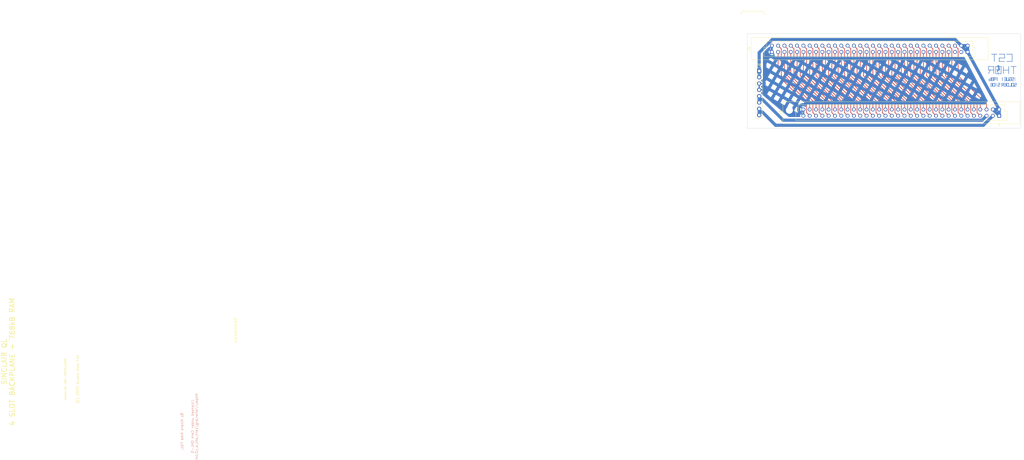
<source format=kicad_pcb>
(kicad_pcb (version 20221018) (generator pcbnew)
  (title_block (title "QPlane Backplane for Sinclair QL") (date "2023-12-26") (rev "0.1") (company "(C) 2023 Alvaro Alea Fdz.") (comment 1 "https://ohwr.org/cern_ohl_s_v2.txt") (comment 2 "CERN Open Hardware Licence Version 2 - Strongly Reciprocal") (comment 3 "Under License"))
  (layers (0 "F.Cu" signal) (31 "B.Cu" signal) (34 "B.Paste" user) (35 "F.Paste" user) (36 "B.SilkS" user "B.Silkscreen") (37 "F.SilkS" user "F.Silkscreen") (38 "B.Mask" user) (39 "F.Mask" user) (44 "Edge.Cuts" user))
  (net 0 "")
  (net 1 "+9V")
  (net 2 "GND")
  (net 3 "/A3")
  (net 4 "/A4")
  (net 5 "/A5")
  (net 6 "/A6")
  (net 7 "/RW")
  (net 8 "/A7")
  (net 9 "/A8")
  (net 10 "/A9")
  (net 11 "/SP0")
  (net 12 "/SP1")
  (net 13 "/DSMC")
  (net 14 "/SP2")
  (net 15 "/SP3")
  (net 16 "/VPA")
  (net 17 "/E")
  (net 18 "/RESET")
  (net 19 "/DS")
  (net 20 "/AS")
  (net 21 "/DTACK")
  (net 22 "/BG")
  (net 23 "/BR")
  (net 24 "/CSYNC")
  (net 25 "/VSYNC")
  (net 26 "/GREEN")
  (net 27 "/BLUE")
  (net 28 "/FC2")
  (net 29 "/FC1")
  (net 30 "/FC0")
  (net 31 "/ROMOE")
  (net 32 "/IPL0")
  (net 33 "/BERR")
  (net 34 "/IPL1")
  (net 35 "/EXTINT")
  (net 36 "/CLKCPU")
  (net 37 "/RED")
  (net 38 "/DBG")
  (net 39 "/A10")
  (net 40 "/A11")
  (net 41 "/A12")
  (net 42 "/A13")
  (net 43 "/A14")
  (net 44 "/A16")
  (net 45 "/A17")
  (net 46 "/A18")
  (net 47 "/A19")
  (net 48 "/D7")
  (net 49 "/D6")
  (net 50 "/D5")
  (net 51 "/D4")
  (net 52 "/D3")
  (net 53 "/A2")
  (net 54 "/A1")
  (net 55 "/A0")
  (net 56 "/A15")
  (net 57 "/D0")
  (net 58 "/D1")
  (net 59 "/D2")
  (net 60 "+12V")
  (net 61 "-12V")
  (footprint "8bits:DIN41612_B_2x32_Male_Vertical_THT" (layer "F.Cu") (at 142.716 60.833 90)
    (fp_text reference "J4" (at 1.27 -9.13 90) (layer "F.SilkS"))
    (fp_text value "QL_SLOT_DIN41612_CARD")
    (pad "" np_thru_hole circle (at 2.24 -5.63 90) (size 2.85 2.85) (drill 2.85) (layers "*.Cu" "*.Mask"))
    (pad "" np_thru_hole circle (at 2.24 84.37 90) (size 2.85 2.85) (drill 2.85) (layers "*.Cu" "*.Mask"))
    (pad "a1" thru_hole roundrect (at 0 78.74 90) (size 1.55 1.55) (drill 1) (layers "*.Cu" "*.Mask") (roundrect_rratio 0.1612896774) (net 1 "+9V"))
    (pad "a2" thru_hole circle (at 0 76.2 90) (size 1.55 1.55) (drill 1) (layers "*.Cu" "*.Mask"))
    (pad "a3" thru_hole circle (at 0 73.66 90) (size 1.55 1.55) (drill 1) (layers "*.Cu" "*.Mask"))
    (pad "a4" thru_hole circle (at 0 71.12 90) (size 1.55 1.55) (drill 1) (layers "*.Cu" "*.Mask") (net 11 "/SP0"))
    (pad "a5" thru_hole circle (at 0 68.58 90) (size 1.55 1.55) (drill 1) (layers "*.Cu" "*.Mask") (net 12 "/SP1"))
    (pad "a6" thru_hole circle (at 0 66.04 90) (size 1.55 1.55) (drill 1) (layers "*.Cu" "*.Mask") (net 13 "/DSMC"))
    (pad "a7" thru_hole circle (at 0 63.5 90) (size 1.55 1.55) (drill 1) (layers "*.Cu" "*.Mask") (net 14 "/SP2"))
    (pad "a8" thru_hole circle (at 0 60.96 90) (size 1.55 1.55) (drill 1) (layers "*.Cu" "*.Mask") (net 38 "/DBG"))
    (pad "a9" thru_hole circle (at 0 58.42 90) (size 1.55 1.55) (drill 1) (layers "*.Cu" "*.Mask") (net 3 "/A3"))
    (pad "a10" thru_hole circle (at 0 55.88 90) (size 1.55 1.55) (drill 1) (layers "*.Cu" "*.Mask") (net 4 "/A4"))
    (pad "a11" thru_hole circle (at 0 53.34 90) (size 1.55 1.55) (drill 1) (layers "*.Cu" "*.Mask") (net 5 "/A5"))
    (pad "a12" thru_hole circle (at 0 50.8 90) (size 1.55 1.55) (drill 1) (layers "*.Cu" "*.Mask") (net 6 "/A6"))
    (pad "a13" thru_hole circle (at 0 48.26 90) (size 1.55 1.55) (drill 1) (layers "*.Cu" "*.Mask") (net 8 "/A7"))
    (pad "a14" thru_hole circle (at 0 45.72 90) (size 1.55 1.55) (drill 1) (layers "*.Cu" "*.Mask") (net 9 "/A8"))
    (pad "a15" thru_hole circle (at 0 43.18 90) (size 1.55 1.55) (drill 1) (layers "*.Cu" "*.Mask") (net 10 "/A9"))
    (pad "a16" thru_hole circle (at 0 40.64 90) (size 1.55 1.55) (drill 1) (layers "*.Cu" "*.Mask") (net 39 "/A10"))
    (pad "a17" thru_hole circle (at 0 38.1 90) (size 1.55 1.55) (drill 1) (layers "*.Cu" "*.Mask") (net 40 "/A11"))
    (pad "a18" thru_hole circle (at 0 35.56 90) (size 1.55 1.55) (drill 1) (layers "*.Cu" "*.Mask") (net 41 "/A12"))
    (pad "a19" thru_hole circle (at 0 33.02 90) (size 1.55 1.55) (drill 1) (layers "*.Cu" "*.Mask") (net 42 "/A13"))
    (pad "a20" thru_hole circle (at 0 30.48 90) (size 1.55 1.55) (drill 1) (layers "*.Cu" "*.Mask") (net 43 "/A14"))
    (pad "a21" thru_hole circle (at 0 27.94 90) (size 1.55 1.55) (drill 1) (layers "*.Cu" "*.Mask") (net 37 "/RED"))
    (pad "a22" thru_hole circle (at 0 25.4 90) (size 1.55 1.55) (drill 1) (layers "*.Cu" "*.Mask") (net 36 "/CLKCPU"))
    (pad "a23" thru_hole circle (at 0 22.86 90) (size 1.55 1.55) (drill 1) (layers "*.Cu" "*.Mask") (net 44 "/A16"))
    (pad "a24" thru_hole circle (at 0 20.32 90) (size 1.55 1.55) (drill 1) (layers "*.Cu" "*.Mask") (net 45 "/A17"))
    (pad "a25" thru_hole circle (at 0 17.78 90) (size 1.55 1.55) (drill 1) (layers "*.Cu" "*.Mask") (net 46 "/A18"))
    (pad "a26" thru_hole circle (at 0 15.24 90) (size 1.55 1.55) (drill 1) (layers "*.Cu" "*.Mask") (net 47 "/A19"))
    (pad "a27" thru_hole circle (at 0 12.7 90) (size 1.55 1.55) (drill 1) (layers "*.Cu" "*.Mask") (net 48 "/D7"))
    (pad "a28" thru_hole circle (at 0 10.16 90) (size 1.55 1.55) (drill 1) (layers "*.Cu" "*.Mask") (net 49 "/D6"))
    (pad "a29" thru_hole circle (at 0 7.62 90) (size 1.55 1.55) (drill 1) (layers "*.Cu" "*.Mask") (net 50 "/D5"))
    (pad "a30" thru_hole circle (at 0 5.08 90) (size 1.55 1.55) (drill 1) (layers "*.Cu" "*.Mask") (net 51 "/D4"))
    (pad "a31" thru_hole circle (at 0 2.54 90) (size 1.55 1.55) (drill 1) (layers "*.Cu" "*.Mask") (net 52 "/D3"))
    (pad "a32" thru_hole circle (at 0 0 90) (size 1.55 1.55) (drill 1) (layers "*.Cu" "*.Mask") (net 2 "GND"))
    (pad "b1" thru_hole circle (at 2.54 78.74 90) (size 1.55 1.55) (drill 1) (layers "*.Cu" "*.Mask") (net 1 "+9V"))
    (pad "b2" thru_hole circle (at 2.54 76.2 90) (size 1.55 1.55) (drill 1) (layers "*.Cu" "*.Mask") (net 1 "+9V"))
    (pad "b3" thru_hole circle (at 2.54 73.66 90) (size 1.55 1.55) (drill 1) (layers "*.Cu" "*.Mask") (net 35 "/EXTINT"))
    (pad "b4" thru_hole circle (at 2.54 71.12 90) (size 1.55 1.55) (drill 1) (layers "*.Cu" "*.Mask") (net 34 "/IPL1"))
    (pad "b5" thru_hole circle (at 2.54 68.58 90) (size 1.55 1.55) (drill 1) (layers "*.Cu" "*.Mask") (net 33 "/BERR"))
    (pad "b6" thru_hole circle (at 2.54 66.04 90) (size 1.55 1.55) (drill 1) (layers "*.Cu" "*.Mask") (net 32 "/IPL0"))
    (pad "b7" thru_hole circle (at 2.54 63.5 90) (size 1.55 1.55) (drill 1) (layers "*.Cu" "*.Mask") (net 15 "/SP3"))
    (pad "b8" thru_hole circle (at 2.54 60.96 90) (size 1.55 1.55) (drill 1) (layers "*.Cu" "*.Mask") (net 53 "/A2"))
    (pad "b9" thru_hole circle (at 2.54 58.42 90) (size 1.55 1.55) (drill 1) (layers "*.Cu" "*.Mask") (net 54 "/A1"))
    (pad "b10" thru_hole circle (at 2.54 55.88 90) (size 1.55 1.55) (drill 1) (layers "*.Cu" "*.Mask") (net 31 "/ROMOE"))
    (pad "b11" thru_hole circle (at 2.54 53.34 90) (size 1.55 1.55) (drill 1) (layers "*.Cu" "*.Mask") (net 55 "/A0"))
    (pad "b12" thru_hole circle (at 2.54 50.8 90) (size 1.55 1.55) (drill 1) (layers "*.Cu" "*.Mask") (net 30 "/FC0"))
    (pad "b13" thru_hole circle (at 2.54 48.26 90) (size 1.55 1.55) (drill 1) (layers "*.Cu" "*.Mask") (net 29 "/FC1"))
    (pad "b14" thru_hole circle (at 2.54 45.72 90) (size 1.55 1.55) (drill 1) (layers "*.Cu" "*.Mask") (net 28 "/FC2"))
    (pad "b15" thru_hole circle (at 2.54 43.18 90) (size 1.55 1.55) (drill 1) (layers "*.Cu" "*.Mask") (net 27 "/BLUE"))
    (pad "b16" thru_hole circle (at 2.54 40.64 90) (size 1.55 1.55) (drill 1) (layers "*.Cu" "*.Mask") (net 26 "/GREEN"))
    (pad "b17" thru_hole circle (at 2.54 38.1 90) (size 1.55 1.55) (drill 1) (layers "*.Cu" "*.Mask") (net 16 "/VPA"))
    (pad "b18" thru_hole circle (at 2.54 35.56 90) (size 1.55 1.55) (drill 1) (layers "*.Cu" "*.Mask") (net 25 "/VSYNC"))
    (pad "b19" thru_hole circle (at 2.54 33.02 90) (size 1.55 1.55) (drill 1) (layers "*.Cu" "*.Mask") (net 17 "/E"))
    (pad "b20" thru_hole circle (at 2.54 30.48 90) (size 1.55 1.55) (drill 1) (layers "*.Cu" "*.Mask") (net 24 "/CSYNC"))
    (pad "b21" thru_hole circle (at 2.54 27.94 90) (size 1.55 1.55) (drill 1) (layers "*.Cu" "*.Mask") (net 18 "/RESET"))
    (pad "b22" thru_hole circle (at 2.54 25.4 90) (size 1.55 1.55) (drill 1) (layers "*.Cu" "*.Mask") (net 56 "/A15"))
    (pad "b23" thru_hole circle (at 2.54 22.86 90) (size 1.55 1.55) (drill 1) (layers "*.Cu" "*.Mask") (net 23 "/BR"))
    (pad "b24" thru_hole circle (at 2.54 20.32 90) (size 1.55 1.55) (drill 1) (layers "*.Cu" "*.Mask") (net 22 "/BG"))
    (pad "b25" thru_hole circle (at 2.54 17.78 90) (size 1.55 1.55) (drill 1) (layers "*.Cu" "*.Mask") (net 21 "/DTACK"))
    (pad "b26" thru_hole circle (at 2.54 15.24 90) (size 1.55 1.55) (drill 1) (layers "*.Cu" "*.Mask") (net 7 "/RW"))
    (pad "b27" thru_hole circle (at 2.54 12.7 90) (size 1.55 1.55) (drill 1) (layers "*.Cu" "*.Mask") (net 19 "/DS"))
    (pad "b28" thru_hole circle (at 2.54 10.16 90) (size 1.55 1.55) (drill 1) (layers "*.Cu" "*.Mask") (net 20 "/AS"))
    (pad "b29" thru_hole circle (at 2.54 7.62 90) (size 1.55 1.55) (drill 1) (layers "*.Cu" "*.Mask") (net 57 "/D0"))
    (pad "b30" thru_hole circle (at 2.54 5.08 90) (size 1.55 1.55) (drill 1) (layers "*.Cu" "*.Mask") (net 58 "/D1"))
    (pad "b31" thru_hole circle (at 2.54 2.54 90) (size 1.55 1.55) (drill 1) (layers "*.Cu" "*.Mask") (net 59 "/D2"))
    (pad "b32" thru_hole circle (at 2.54 0 90) (size 1.55 1.55) (drill 1) (layers "*.Cu" "*.Mask") (net 2 "GND"))
  )
  (footprint "8bits:DIN41612_B_2x32_Male_Vertical_THT" (layer "F.Cu") (at 155.416 86.487 90)
    (fp_text reference "J3" (at 1.27 -9.13 90) (layer "F.SilkS"))
    (fp_text value "QL_SLOT_DIN41612_CARD")
    (pad "" np_thru_hole circle (at 2.24 -5.63 90) (size 2.85 2.85) (drill 2.85) (layers "*.Cu" "*.Mask"))
    (pad "" np_thru_hole circle (at 2.24 84.37 90) (size 2.85 2.85) (drill 2.85) (layers "*.Cu" "*.Mask"))
    (pad "a1" thru_hole roundrect (at 0 78.74 90) (size 1.55 1.55) (drill 1) (layers "*.Cu" "*.Mask") (roundrect_rratio 0.1612896774) (net 1 "+9V"))
    (pad "a2" thru_hole circle (at 0 76.2 90) (size 1.55 1.55) (drill 1) (layers "*.Cu" "*.Mask") (net 61 "-12V"))
    (pad "a3" thru_hole circle (at 0 73.66 90) (size 1.55 1.55) (drill 1) (layers "*.Cu" "*.Mask") (net 60 "+12V"))
    (pad "a4" thru_hole circle (at 0 71.12 90) (size 1.55 1.55) (drill 1) (layers "*.Cu" "*.Mask") (net 11 "/SP0"))
    (pad "a5" thru_hole circle (at 0 68.58 90) (size 1.55 1.55) (drill 1) (layers "*.Cu" "*.Mask") (net 12 "/SP1"))
    (pad "a6" thru_hole circle (at 0 66.04 90) (size 1.55 1.55) (drill 1) (layers "*.Cu" "*.Mask") (net 13 "/DSMC"))
    (pad "a7" thru_hole circle (at 0 63.5 90) (size 1.55 1.55) (drill 1) (layers "*.Cu" "*.Mask") (net 14 "/SP2"))
    (pad "a8" thru_hole circle (at 0 60.96 90) (size 1.55 1.55) (drill 1) (layers "*.Cu" "*.Mask") (net 38 "/DBG"))
    (pad "a9" thru_hole circle (at 0 58.42 90) (size 1.55 1.55) (drill 1) (layers "*.Cu" "*.Mask") (net 3 "/A3"))
    (pad "a10" thru_hole circle (at 0 55.88 90) (size 1.55 1.55) (drill 1) (layers "*.Cu" "*.Mask") (net 4 "/A4"))
    (pad "a11" thru_hole circle (at 0 53.34 90) (size 1.55 1.55) (drill 1) (layers "*.Cu" "*.Mask") (net 5 "/A5"))
    (pad "a12" thru_hole circle (at 0 50.8 90) (size 1.55 1.55) (drill 1) (layers "*.Cu" "*.Mask") (net 6 "/A6"))
    (pad "a13" thru_hole circle (at 0 48.26 90) (size 1.55 1.55) (drill 1) (layers "*.Cu" "*.Mask") (net 8 "/A7"))
    (pad "a14" thru_hole circle (at 0 45.72 90) (size 1.55 1.55) (drill 1) (layers "*.Cu" "*.Mask") (net 9 "/A8"))
    (pad "a15" thru_hole circle (at 0 43.18 90) (size 1.55 1.55) (drill 1) (layers "*.Cu" "*.Mask") (net 10 "/A9"))
    (pad "a16" thru_hole circle (at 0 40.64 90) (size 1.55 1.55) (drill 1) (layers "*.Cu" "*.Mask") (net 39 "/A10"))
    (pad "a17" thru_hole circle (at 0 38.1 90) (size 1.55 1.55) (drill 1) (layers "*.Cu" "*.Mask") (net 40 "/A11"))
    (pad "a18" thru_hole circle (at 0 35.56 90) (size 1.55 1.55) (drill 1) (layers "*.Cu" "*.Mask") (net 41 "/A12"))
    (pad "a19" thru_hole circle (at 0 33.02 90) (size 1.55 1.55) (drill 1) (layers "*.Cu" "*.Mask") (net 42 "/A13"))
    (pad "a20" thru_hole circle (at 0 30.48 90) (size 1.55 1.55) (drill 1) (layers "*.Cu" "*.Mask") (net 43 "/A14"))
    (pad "a21" thru_hole circle (at 0 27.94 90) (size 1.55 1.55) (drill 1) (layers "*.Cu" "*.Mask") (net 37 "/RED"))
    (pad "a22" thru_hole circle (at 0 25.4 90) (size 1.55 1.55) (drill 1) (layers "*.Cu" "*.Mask") (net 36 "/CLKCPU"))
    (pad "a23" thru_hole circle (at 0 22.86 90) (size 1.55 1.55) (drill 1) (layers "*.Cu" "*.Mask") (net 44 "/A16"))
    (pad "a24" thru_hole circle (at 0 20.32 90) (size 1.55 1.55) (drill 1) (layers "*.Cu" "*.Mask") (net 45 "/A17"))
    (pad "a25" thru_hole circle (at 0 17.78 90) (size 1.55 1.55) (drill 1) (layers "*.Cu" "*.Mask") (net 46 "/A18"))
    (pad "a26" thru_hole circle (at 0 15.24 90) (size 1.55 1.55) (drill 1) (layers "*.Cu" "*.Mask") (net 47 "/A19"))
    (pad "a27" thru_hole circle (at 0 12.7 90) (size 1.55 1.55) (drill 1) (layers "*.Cu" "*.Mask") (net 48 "/D7"))
    (pad "a28" thru_hole circle (at 0 10.16 90) (size 1.55 1.55) (drill 1) (layers "*.Cu" "*.Mask") (net 49 "/D6"))
    (pad "a29" thru_hole circle (at 0 7.62 90) (size 1.55 1.55) (drill 1) (layers "*.Cu" "*.Mask") (net 50 "/D5"))
    (pad "a30" thru_hole circle (at 0 5.08 90) (size 1.55 1.55) (drill 1) (layers "*.Cu" "*.Mask") (net 51 "/D4"))
    (pad "a31" thru_hole circle (at 0 2.54 90) (size 1.55 1.55) (drill 1) (layers "*.Cu" "*.Mask") (net 52 "/D3"))
    (pad "a32" thru_hole circle (at 0 0 90) (size 1.55 1.55) (drill 1) (layers "*.Cu" "*.Mask") (net 2 "GND"))
    (pad "b1" thru_hole circle (at 2.54 78.74 90) (size 1.55 1.55) (drill 1) (layers "*.Cu" "*.Mask") (net 1 "+9V"))
    (pad "b2" thru_hole circle (at 2.54 76.2 90) (size 1.55 1.55) (drill 1) (layers "*.Cu" "*.Mask") (net 1 "+9V"))
    (pad "b3" thru_hole circle (at 2.54 73.66 90) (size 1.55 1.55) (drill 1) (layers "*.Cu" "*.Mask") (net 35 "/EXTINT"))
    (pad "b4" thru_hole circle (at 2.54 71.12 90) (size 1.55 1.55) (drill 1) (layers "*.Cu" "*.Mask") (net 34 "/IPL1"))
    (pad "b5" thru_hole circle (at 2.54 68.58 90) (size 1.55 1.55) (drill 1) (layers "*.Cu" "*.Mask") (net 33 "/BERR"))
    (pad "b6" thru_hole circle (at 2.54 66.04 90) (size 1.55 1.55) (drill 1) (layers "*.Cu" "*.Mask") (net 32 "/IPL0"))
    (pad "b7" thru_hole circle (at 2.54 63.5 90) (size 1.55 1.55) (drill 1) (layers "*.Cu" "*.Mask") (net 15 "/SP3"))
    (pad "b8" thru_hole circle (at 2.54 60.96 90) (size 1.55 1.55) (drill 1) (layers "*.Cu" "*.Mask") (net 53 "/A2"))
    (pad "b9" thru_hole circle (at 2.54 58.42 90) (size 1.55 1.55) (drill 1) (layers "*.Cu" "*.Mask") (net 54 "/A1"))
    (pad "b10" thru_hole circle (at 2.54 55.88 90) (size 1.55 1.55) (drill 1) (layers "*.Cu" "*.Mask") (net 31 "/ROMOE"))
    (pad "b11" thru_hole circle (at 2.54 53.34 90) (size 1.55 1.55) (drill 1) (layers "*.Cu" "*.Mask") (net 55 "/A0"))
    (pad "b12" thru_hole circle (at 2.54 50.8 90) (size 1.55 1.55) (drill 1) (layers "*.Cu" "*.Mask") (net 30 "/FC0"))
    (pad "b13" thru_hole circle (at 2.54 48.26 90) (size 1.55 1.55) (drill 1) (layers "*.Cu" "*.Mask") (net 29 "/FC1"))
    (pad "b14" thru_hole circle (at 2.54 45.72 90) (size 1.55 1.55) (drill 1) (layers "*.Cu" "*.Mask") (net 28 "/FC2"))
    (pad "b15" thru_hole circle (at 2.54 43.18 90) (size 1.55 1.55) (drill 1) (layers "*.Cu" "*.Mask") (net 27 "/BLUE"))
    (pad "b16" thru_hole circle (at 2.54 40.64 90) (size 1.55 1.55) (drill 1) (layers "*.Cu" "*.Mask") (net 26 "/GREEN"))
    (pad "b17" thru_hole circle (at 2.54 38.1 90) (size 1.55 1.55) (drill 1) (layers "*.Cu" "*.Mask") (net 16 "/VPA"))
    (pad "b18" thru_hole circle (at 2.54 35.56 90) (size 1.55 1.55) (drill 1) (layers "*.Cu" "*.Mask") (net 25 "/VSYNC"))
    (pad "b19" thru_hole circle (at 2.54 33.02 90) (size 1.55 1.55) (drill 1) (layers "*.Cu" "*.Mask") (net 17 "/E"))
    (pad "b20" thru_hole circle (at 2.54 30.48 90) (size 1.55 1.55) (drill 1) (layers "*.Cu" "*.Mask") (net 24 "/CSYNC"))
    (pad "b21" thru_hole circle (at 2.54 27.94 90) (size 1.55 1.55) (drill 1) (layers "*.Cu" "*.Mask") (net 18 "/RESET"))
    (pad "b22" thru_hole circle (at 2.54 25.4 90) (size 1.55 1.55) (drill 1) (layers "*.Cu" "*.Mask") (net 56 "/A15"))
    (pad "b23" thru_hole circle (at 2.54 22.86 90) (size 1.55 1.55) (drill 1) (layers "*.Cu" "*.Mask") (net 23 "/BR"))
    (pad "b24" thru_hole circle (at 2.54 20.32 90) (size 1.55 1.55) (drill 1) (layers "*.Cu" "*.Mask") (net 22 "/BG"))
    (pad "b25" thru_hole circle (at 2.54 17.78 90) (size 1.55 1.55) (drill 1) (layers "*.Cu" "*.Mask") (net 21 "/DTACK"))
    (pad "b26" thru_hole circle (at 2.54 15.24 90) (size 1.55 1.55) (drill 1) (layers "*.Cu" "*.Mask") (net 7 "/RW"))
    (pad "b27" thru_hole circle (at 2.54 12.7 90) (size 1.55 1.55) (drill 1) (layers "*.Cu" "*.Mask") (net 19 "/DS"))
    (pad "b28" thru_hole circle (at 2.54 10.16 90) (size 1.55 1.55) (drill 1) (layers "*.Cu" "*.Mask") (net 20 "/AS"))
    (pad "b29" thru_hole circle (at 2.54 7.62 90) (size 1.55 1.55) (drill 1) (layers "*.Cu" "*.Mask") (net 57 "/D0"))
    (pad "b30" thru_hole circle (at 2.54 5.08 90) (size 1.55 1.55) (drill 1) (layers "*.Cu" "*.Mask") (net 58 "/D1"))
    (pad "b31" thru_hole circle (at 2.54 2.54 90) (size 1.55 1.55) (drill 1) (layers "*.Cu" "*.Mask") (net 59 "/D2"))
    (pad "b32" thru_hole circle (at 2.54 0 90) (size 1.55 1.55) (drill 1) (layers "*.Cu" "*.Mask") (net 2 "GND"))
  )
  (footprint "Connector_PinHeader_2.54mm:PinHeader_1x08_P2.54mm_Vertical" (layer "F.Cu") (at 137.636 68.453)
    (fp_text reference "P8" (at 0 -2.33) (layer "F.SilkS"))
    (fp_text value "Conn_01x06")
    (pad "1" thru_hole rect (at 0 0) (size 1.7 1.7) (drill 1) (layers "*.Cu" "*.Mask") (net 1 "+9V"))
    (pad "2" thru_hole oval (at 0 2.54) (size 1.7 1.7) (drill 1) (layers "*.Cu" "*.Mask") (net 1 "+9V"))
    (pad "3" thru_hole oval (at 0 5.08) (size 1.7 1.7) (drill 1) (layers "*.Cu" "*.Mask") (net 2 "GND"))
    (pad "4" thru_hole oval (at 0 7.62) (size 1.7 1.7) (drill 1) (layers "*.Cu" "*.Mask") (net 2 "GND"))
    (pad "5" thru_hole oval (at 0 10.16) (size 1.7 1.7) (drill 1) (layers "*.Cu" "*.Mask") (net 60 "+12V"))
    (pad "6" thru_hole oval (at 0 12.7) (size 1.7 1.7) (drill 1) (layers "*.Cu" "*.Mask") (net 60 "+12V"))
    (pad "7" thru_hole oval (at 0 15.24) (size 1.7 1.7) (drill 1) (layers "*.Cu" "*.Mask") (net 61 "-12V"))
    (pad "8" thru_hole oval (at 0 17.78) (size 1.7 1.7) (drill 1) (layers "*.Cu" "*.Mask") (net 61 "-12V"))
  )
  (gr_line (start 241.014 74.041) (end 240.252 74.041) (stroke (width 0.2)) (layer "B.Cu"))
  (gr_line (start 239.363 61.722) (end 239.363 64.643) (stroke (width 0.2)) (layer "B.Cu"))
  (gr_line (start 237.458 74.676) (end 237.204 74.422) (stroke (width 0.2)) (layer "B.Cu"))
  (gr_line (start 238.982 73.406) (end 238.982 74.676) (stroke (width 0.2)) (layer "B.Cu"))
  (gr_line (start 235.426 72.39) (end 235.426 71.12) (stroke (width 0.2)) (layer "B.Cu"))
  (gr_line (start 237.458 73.406) (end 237.966 73.406) (stroke (width 0.2)) (layer "B.Cu"))
  (gr_line (start 232.378 74.676) (end 231.87 74.676) (stroke (width 0.2)) (layer "B.Cu"))
  (gr_line (start 231.362 74.676) (end 230.6 74.676) (stroke (width 0.2)) (layer "B.Cu"))
  (gr_line (start 237.966 72.39) (end 237.204 72.39) (stroke (width 0.2)) (layer "B.Cu"))
  (gr_line (start 238.982 71.12) (end 238.982 71.755) (stroke (width 0.2)) (layer "B.Cu"))
  (gr_line (start 235.934 73.406) (end 235.934 74.676) (stroke (width 0.2)) (layer "B.Cu"))
  (gr_line (start 232.886 71.12) (end 232.886 71.755) (stroke (width 0.2)) (layer "B.Cu"))
  (gr_line (start 235.172 73.406) (end 235.172 74.041) (stroke (width 0.2)) (layer "B.Cu"))
  (gr_line (start 232.759 69.596) (end 234.918 69.596) (stroke (width 0.2)) (layer "B.Cu"))
  (gr_line (start 232.1875 61.722) (end 232.1875 64.643) (stroke (width 0.2)) (layer "B.Cu"))
  (gr_line (start 232.886 71.755) (end 232.124 71.755) (stroke (width 0.2)) (layer "B.Cu"))
  (gr_line (start 232.759 66.675) (end 232.759 69.596) (stroke (width 0.2)) (layer "B.Cu"))
  (gr_line (start 239.998 73.406) (end 239.998 74.676) (stroke (width 0.2)) (layer "B.Cu"))
  (gr_line (start 234.918 66.675) (end 232.759 66.675) (stroke (width 0.2)) (layer "B.Cu"))
  (gr_line (start 231.997 66.675) (end 229.838 66.675) (stroke (width 0.2)) (layer "B.Cu"))
  (gr_line (start 231.108 72.39) (end 231.108 71.12) (stroke (width 0.2)) (layer "B.Cu"))
  (gr_line (start 240.252 74.676) (end 241.014 74.676) (stroke (width 0.2)) (layer "B.Cu"))
  (gr_line (start 235.553 74.041) (end 235.172 74.676) (stroke (width 0.2)) (layer "B.Cu"))
  (gr_line (start 241.014 66.675) (end 238.855 66.675) (stroke (width 0.2)) (layer "B.Cu"))
  (gr_line (start 233.267 61.722) (end 231.108 61.722) (stroke (width 0.2)) (layer "B.Cu"))
  (gr_line (start 238.22 72.39) (end 238.982 72.39) (stroke (width 0.2)) (layer "B.Cu"))
  (gr_line (start 234.918 69.596) (end 234.918 66.675) (stroke (width 0.2)) (layer "B.Cu"))
  (gr_line (start 237.204 72.39) (end 237.204 71.12) (stroke (width 0.2)) (layer "B.Cu"))
  (gr_line (start 237.204 61.722) (end 239.363 61.722) (stroke (width 0.2)) (layer "B.Cu"))
  (gr_line (start 230.6 73.406) (end 231.362 73.406) (stroke (width 0.2)) (layer "B.Cu"))
  (gr_line (start 237.966 73.406) (end 237.966 74.676) (stroke (width 0.2)) (layer "B.Cu"))
  (gr_line (start 237.966 74.676) (end 237.458 74.676) (stroke (width 0.2)) (layer "B.Cu"))
  (gr_line (start 239.236 71.755) (end 239.236 72.39) (stroke (width 0.2)) (layer "B.Cu"))
  (gr_line (start 239.236 72.39) (end 239.998 72.39) (stroke (width 0.2)) (layer "B.Cu"))
  (gr_line (start 236.95 71.12) (end 236.95 72.39) (stroke (width 0.2)) (layer "B.Cu"))
  (gr_line (start 231.997 69.596) (end 231.997 66.675) (stroke (width 0.2)) (layer "B.Cu"))
  (gr_line (start 240.252 73.406) (end 241.014 73.406) (stroke (width 0.2)) (layer "B.Cu"))
  (gr_line (start 238.22 71.755) (end 238.22 72.39) (stroke (width 0.2)) (layer "B.Cu"))
  (gr_poly (pts (xy 233.902 70.038097) (xy 233.14 67.879097) (xy 233.902 67.879097) (xy 233.394 66.228097) (xy 234.156 66.228097) (xy 234.41 68.260097) (xy 233.648 68.260097)) (stroke (width 0.0254)) (fill solid) (layer "B.Cu"))
  (gr_line (start 236.95 74.041) (end 236.188 74.041) (stroke (width 0.2)) (layer "B.Cu"))
  (gr_line (start 239.9345 66.675) (end 239.9345 69.596) (stroke (width 0.2)) (layer "B.Cu"))
  (gr_line (start 239.998 71.755) (end 239.236 71.755) (stroke (width 0.2)) (layer "B.Cu"))
  (gr_line (start 239.236 71.12) (end 239.998 71.12) (stroke (width 0.2)) (layer "B.Cu"))
  (gr_line (start 240.252 74.041) (end 240.252 74.676) (stroke (width 0.2)) (layer "B.Cu"))
  (gr_line (start 231.87 73.406) (end 232.378 73.406) (stroke (width 0.2)) (layer "B.Cu"))
  (gr_line (start 239.236 73.406) (end 239.998 73.406) (stroke (width 0.2)) (layer "B.Cu"))
  (gr_line (start 231.362 74.041) (end 230.6 74.041) (stroke (width 0.2)) (layer "B.Cu"))
  (gr_line (start 237.204 74.422) (end 237.204 73.66) (stroke (width 0.2)) (layer "B.Cu"))
  (gr_line (start 236.95 72.39) (end 236.188 72.39) (stroke (width 0.2)) (layer "B.Cu"))
  (gr_line (start 232.124 71.12) (end 232.886 71.12) (stroke (width 0.2)) (layer "B.Cu"))
  (gr_line (start 233.648 74.041) (end 233.648 74.676) (stroke (width 0.2)) (layer "B.Cu"))
  (gr_line (start 232.378 73.406) (end 232.378 74.676) (stroke (width 0.2)) (layer "B.Cu"))
  (gr_line (start 230.092 72.39) (end 230.092 71.755) (stroke (width 0.2)) (layer "B.Cu"))
  (gr_line (start 235.807 66.675) (end 235.807 69.596) (stroke (width 0.2)) (layer "B.Cu"))
  (gr_line (start 236.315 61.722) (end 236.315 63.246) (stroke (width 0.2)) (layer "B.Cu"))
  (gr_line (start 241.014 73.406) (end 241.014 74.041) (stroke (width 0.2)) (layer "B.Cu"))
  (gr_line (start 230.854 71.12) (end 230.854 72.39) (stroke (width 0.2)) (layer "B.Cu"))
  (gr_line (start 233.648 73.406) (end 234.41 73.406) (stroke (width 0.2)) (layer "B.Cu"))
  (gr_line (start 239.998 71.12) (end 239.998 71.755) (stroke (width 0.2)) (layer "B.Cu"))
  (gr_line (start 239.998 74.676) (end 239.236 74.676) (stroke (width 0.2)) (layer "B.Cu"))
  (gr_line (start 236.95 71.755) (end 236.188 71.755) (stroke (width 0.2)) (layer "B.Cu"))
  (gr_line (start 236.95 74.676) (end 236.188 74.676) (stroke (width 0.2)) (layer "B.Cu"))
  (gr_line (start 239.236 74.676) (end 239.236 73.406) (stroke (width 0.2)) (layer "B.Cu"))
  (gr_line (start 236.95 73.406) (end 236.95 74.676) (stroke (width 0.2)) (layer "B.Cu"))
  (gr_line (start 239.363 64.643) (end 237.204 64.643) (stroke (width 0.2)) (layer "B.Cu"))
  (gr_line (start 234.41 74.041) (end 233.648 74.041) (stroke (width 0.2)) (layer "B.Cu"))
  (gr_line (start 234.156 64.643) (end 236.315 64.643) (stroke (width 0.2)) (layer "B.Cu"))
  (gr_line (start 229.838 66.675) (end 229.838 68.072) (stroke (width 0.2)) (layer "B.Cu"))
  (gr_line (start 233.648 74.676) (end 234.41 74.676) (stroke (width 0.2)) (layer "B.Cu"))
  (gr_line (start 235.934 74.041) (end 235.172 74.041) (stroke (width 0.2)) (layer "B.Cu"))
  (gr_line (start 231.362 73.406) (end 231.362 74.676) (stroke (width 0.2)) (layer "B.Cu"))
  (gr_line (start 237.204 73.66) (end 237.458 73.406) (stroke (width 0.2)) (layer "B.Cu"))
  (gr_line (start 229.838 68.072) (end 231.997 68.072) (stroke (width 0.2)) (layer "B.Cu"))
  (gr_line (start 238.982 71.755) (end 238.22 71.755) (stroke (width 0.2)) (layer "B.Cu"))
  (gr_line (start 231.87 71.755) (end 231.108 71.755) (stroke (width 0.2)) (layer "B.Cu"))
  (gr_line (start 230.854 72.39) (end 230.092 72.39) (stroke (width 0.2)) (layer "B.Cu"))
  (gr_line (start 237.966 66.675) (end 237.966 69.596) (stroke (width 0.2)) (layer "B.Cu"))
  (gr_line (start 238.22 71.12) (end 238.982 71.12) (stroke (width 0.2)) (layer "B.Cu"))
  (gr_line (start 231.87 74.676) (end 231.616 74.422) (stroke (width 0.2)) (layer "B.Cu"))
  (gr_line (start 240.506 71.12) (end 240.506 72.39) (stroke (width 0.127)) (layer "B.Cu"))
  (gr_line (start 232.886 74.676) (end 232.886 73.406) (stroke (width 0.2)) (layer "B.Cu"))
  (gr_line (start 237.966 71.12) (end 237.966 72.39) (stroke (width 0.2)) (layer "B.Cu"))
  (gr_line (start 233.394 72.39) (end 233.394 71.12) (stroke (width 0.2)) (layer "B.Cu"))
  (gr_line (start 231.108 71.12) (end 231.87 71.12) (stroke (width 0.2)) (layer "B.Cu"))
  (gr_line (start 231.87 71.12) (end 231.87 72.39) (stroke (width 0.2)) (layer "B.Cu"))
  (gr_line (start 234.41 73.406) (end 234.41 74.041) (stroke (width 0.2)) (layer "B.Cu"))
  (gr_line (start 231.616 73.66) (end 231.87 73.406) (stroke (width 0.2)) (layer "B.Cu"))
  (gr_line (start 231.616 74.422) (end 231.616 73.66) (stroke (width 0.2)) (layer "B.Cu"))
  (gr_line (start 234.156 63.246) (end 234.156 64.643) (stroke (width 0.2)) (layer "B.Cu"))
  (gr_line (start 238.982 74.676) (end 238.22 74.676) (stroke (width 0.2)) (layer "B.Cu"))
  (gr_line (start 235.172 73.406) (end 235.934 73.406) (stroke (width 0.2)) (layer "B.Cu"))
  (gr_line (start 232.124 72.39) (end 232.124 71.12) (stroke (width 0.2)) (layer "B.Cu"))
  (gr_line (start 236.188 73.406) (end 236.95 73.406) (stroke (width 0.2)) (layer "B.Cu"))
  (gr_line (start 230.092 71.755) (end 230.854 71.755) (stroke (width 0.2)) (layer "B.Cu"))
  (gr_line (start 236.188 71.12) (end 236.95 71.12) (stroke (width 0.2)) (layer "B.Cu"))
  (gr_line (start 234.156 61.722) (end 236.315 61.722) (stroke (width 0.2)) (layer "B.Cu"))
  (gr_line (start 229.838 69.596) (end 230.6 68.072) (stroke (width 0.2)) (layer "B.Cu"))
  (gr_line (start 237.966 68.1355) (end 235.807 68.1355) (stroke (width 0.2)) (layer "B.Cu"))
  (gr_line (start 231.87 72.39) (end 231.108 72.39) (stroke (width 0.2)) (layer "B.Cu"))
  (gr_line (start 236.315 63.246) (end 234.156 63.246) (stroke (width 0.2)) (layer "B.Cu"))
  (gr_line (start 130.27 45.72) (end 130.905 44.45) (stroke (width 0.15)) (layer "F.SilkS"))
  (gr_line (start 130.905 44.45) (end 139.16 44.45) (stroke (width 0.15)) (layer "F.SilkS"))
  (gr_line (start 139.16 44.45) (end 139.795 45.72) (stroke (width 0.15)) (layer "F.SilkS"))
  (gr_rect (start 132.81 53.467) (end 242.792 91.567) (stroke (width 0.1)) (fill none) (layer "Edge.Cuts"))
  (gr_text "Licensed under Cern OHL-S\nhttps://ohwr.org/cern_ohl_s_v2.txt" (at -89.44 211.455 90) (layer "B.SilkS") (effects (font (size 1 1)) (justify mirror)))
  (gr_text "By Alvaro Alea Fdz." (at -94.52 213.36 90) (layer "B.SilkS") (effects (font (size 1 1)) (justify mirror)))
  (gr_text "JLCJLCJLCJLC" (at -72.93 172.72 90) (layer "F.SilkS") (effects (font (size 1 1))))
  (gr_text "SINCLAIR QL\n4 SLOT BACKPLANE + 768kB RAM" (at -164.37 185.42 90) (layer "F.SilkS") (effects (font (size 2 2) (thickness 0.3))))
  (gr_text "www.va-de-retro.com" (at -141.51 192.405 90) (layer "F.SilkS") (effects (font (size 1 1))))
  (gr_text "(C) 2023 Alvaro Alea Fdz" (at -136.43 192.405 90) (layer "F.SilkS") (effects (font (size 1 1))))
  (segment (start 234.156 86.487) (end 234.156 83.947) (width 1.27) (layer "B.Cu") (net 1))
  (segment (start 137.636 70.993) (end 137.636 61.087) (width 1.27) (layer "B.Cu") (net 1))
  (segment (start 221.456 60.833) (end 234.156 83.947) (width 1.27) (layer "B.Cu") (net 1))
  (segment (start 218.916 58.293) (end 221.456 58.293) (width 1.27) (layer "B.Cu") (net 1))
  (segment (start 231.616 83.947) (end 234.156 83.947) (width 1.27) (layer "B.Cu") (net 1))
  (segment (start 231.616 83.947) (end 234.156 86.487) (width 1.27) (layer "B.Cu") (net 1))
  (segment (start 221.456 60.833) (end 221.456 58.293) (width 1.27) (layer "B.Cu") (net 1))
  (segment (start 216.376 55.753) (end 218.916 58.293) (width 1.27) (layer "B.Cu") (net 1))
  (segment (start 142.97 55.753) (end 216.376 55.753) (width 1.27) (layer "B.Cu") (net 1))
  (segment (start 137.636 61.087) (end 142.97 55.753) (width 1.27) (layer "B.Cu") (net 1))
  (segment (start 221.456 60.833) (end 218.916 58.293) (width 1.27) (layer "B.Cu") (net 1))
  (segment (start 142.716 58.247) (end 142.716 60.787) (width 0.75) (layer "B.Cu") (net 2))
  (segment (start 155.416 83.947) (end 155.416 86.487) (width 0.75) (layer "B.Cu") (net 2))
  (segment (start 213.836 86.487) (end 212.566 85.217) (width 0.25) (layer "F.Cu") (net 3))
  (segment (start 212.566 81.788) (end 201.136 70.358) (width 0.25) (layer "F.Cu") (net 3))
  (segment (start 212.566 85.217) (end 212.566 81.788) (width 0.25) (layer "F.Cu") (net 3))
  (segment (start 201.136 70.358) (end 201.136 60.833) (width 0.25) (layer "F.Cu") (net 3))
  (segment (start 198.596 70.358) (end 198.596 60.833) (width 0.25) (layer "F.Cu") (net 4))
  (segment (start 210.026 85.217) (end 210.026 81.788) (width 0.25) (layer "F.Cu") (net 4))
  (segment (start 210.026 81.788) (end 198.596 70.358) (width 0.25) (layer "F.Cu") (net 4))
  (segment (start 211.296 86.487) (end 210.026 85.217) (width 0.25) (layer "F.Cu") (net 4))
  (segment (start 207.486 81.788) (end 196.056 70.358) (width 0.25) (layer "F.Cu") (net 5))
  (segment (start 208.756 86.487) (end 207.486 85.217) (width 0.25) (layer "F.Cu") (net 5))
  (segment (start 207.486 85.217) (end 207.486 81.788) (width 0.25) (layer "F.Cu") (net 5))
  (segment (start 196.056 70.358) (end 196.056 60.833) (width 0.25) (layer "F.Cu") (net 5))
  (segment (start 206.216 86.487) (end 204.946 85.217) (width 0.25) (layer "F.Cu") (net 6))
  (segment (start 204.946 85.217) (end 204.946 81.788) (width 0.25) (layer "F.Cu") (net 6))
  (segment (start 204.946 81.788) (end 193.516 70.358) (width 0.25) (layer "F.Cu") (net 6))
  (segment (start 193.516 70.358) (end 193.516 60.833) (width 0.25) (layer "F.Cu") (net 6))
  (segment (start 170.656 81.788) (end 170.656 83.947) (width 0.25) (layer "F.Cu") (net 7))
  (segment (start 159.226 70.358) (end 170.656 81.788) (width 0.25) (layer "F.Cu") (net 7))
  (segment (start 159.226 59.563) (end 159.226 70.358) (width 0.25) (layer "F.Cu") (net 7))
  (segment (start 157.956 58.293) (end 159.226 59.563) (width 0.25) (layer "F.Cu") (net 7))
  (segment (start 203.676 86.487) (end 202.406 85.217) (width 0.25) (layer "F.Cu") (net 8))
  (segment (start 202.406 85.217) (end 202.406 81.788) (width 0.25) (layer "F.Cu") (net 8))
  (segment (start 190.976 70.358) (end 190.976 60.833) (width 0.25) (layer "F.Cu") (net 8))
  (segment (start 202.406 81.788) (end 190.976 70.358) (width 0.25) (layer "F.Cu") (net 8))
  (segment (start 201.136 86.487) (end 199.866 85.217) (width 0.25) (layer "F.Cu") (net 9))
  (segment (start 188.436 70.358) (end 188.436 60.833) (width 0.25) (layer "F.Cu") (net 9))
  (segment (start 199.866 81.788) (end 188.436 70.358) (width 0.25) (layer "F.Cu") (net 9))
  (segment (start 199.866 85.217) (end 199.866 81.788) (width 0.25) (layer "F.Cu") (net 9))
  (segment (start 198.596 86.487) (end 197.326 85.217) (width 0.25) (layer "F.Cu") (net 10))
  (segment (start 185.896 70.358) (end 185.896 60.833) (width 0.25) (layer "F.Cu") (net 10))
  (segment (start 197.326 81.788) (end 185.896 70.358) (width 0.25) (layer "F.Cu") (net 10))
  (segment (start 197.326 85.217) (end 197.326 81.788) (width 0.25) (layer "F.Cu") (net 10))
  (segment (start 225.266 85.217) (end 225.266 81.788) (width 0.25) (layer "F.Cu") (net 11))
  (segment (start 213.836 70.358) (end 213.836 60.833) (width 0.25) (layer "F.Cu") (net 11))
  (segment (start 225.266 81.788) (end 213.836 70.358) (width 0.25) (layer "F.Cu") (net 11))
  (segment (start 226.536 86.487) (end 225.266 85.217) (width 0.25) (layer "F.Cu") (net 11))
  (segment (start 222.726 85.217) (end 222.726 81.788) (width 0.25) (layer "F.Cu") (net 12))
  (segment (start 211.296 70.358) (end 211.296 60.833) (width 0.25) (layer "F.Cu") (net 12))
  (segment (start 222.726 81.788) (end 211.296 70.358) (width 0.25) (layer "F.Cu") (net 12))
  (segment (start 223.996 86.487) (end 222.726 85.217) (width 0.25) (layer "F.Cu") (net 12))
  (segment (start 208.756 70.358) (end 208.756 60.833) (width 0.25) (layer "F.Cu") (net 13))
  (segment (start 221.456 86.487) (end 220.186 85.217) (width 0.25) (layer "F.Cu") (net 13))
  (segment (start 220.186 85.217) (end 220.186 81.788) (width 0.25) (layer "F.Cu") (net 13))
  (segment (start 220.186 81.788) (end 208.756 70.358) (width 0.25) (layer "F.Cu") (net 13))
  (segment (start 206.216 70.358) (end 206.216 60.833) (width 0.25) (layer "F.Cu") (net 14))
  (segment (start 217.646 81.788) (end 206.216 70.358) (width 0.25) (layer "F.Cu") (net 14))
  (segment (start 217.646 85.217) (end 217.646 81.788) (width 0.25) (layer "F.Cu") (net 14))
  (segment (start 218.916 86.487) (end 217.646 85.217) (width 0.25) (layer "F.Cu") (net 14))
  (segment (start 206.216 58.293) (end 207.486 59.563) (width 0.25) (layer "F.Cu") (net 15))
  (segment (start 207.486 70.358) (end 218.916 81.788) (width 0.25) (layer "F.Cu") (net 15))
  (segment (start 218.916 81.788) (end 218.916 83.947) (width 0.25) (layer "F.Cu") (net 15))
  (segment (start 207.486 59.563) (end 207.486 70.358) (width 0.25) (layer "F.Cu") (net 15))
  (segment (start 193.516 81.788) (end 193.516 83.947) (width 0.25) (layer "F.Cu") (net 16))
  (segment (start 180.816 58.293) (end 182.086 59.563) (width 0.25) (layer "F.Cu") (net 16))
  (segment (start 182.086 70.358) (end 193.516 81.788) (width 0.25) (layer "F.Cu") (net 16))
  (segment (start 182.086 59.563) (end 182.086 70.358) (width 0.25) (layer "F.Cu") (net 16))
  (segment (start 177.006 59.563) (end 177.006 70.358) (width 0.25) (layer "F.Cu") (net 17))
  (segment (start 188.436 81.788) (end 188.436 83.947) (width 0.25) (layer "F.Cu") (net 17))
  (segment (start 175.736 58.293) (end 177.006 59.563) (width 0.25) (layer "F.Cu") (net 17))
  (segment (start 177.006 70.358) (end 188.436 81.788) (width 0.25) (layer "F.Cu") (net 17))
  (segment (start 170.656 58.293) (end 171.926 59.563) (width 0.25) (layer "F.Cu") (net 18))
  (segment (start 171.926 59.563) (end 171.926 70.358) (width 0.25) (layer "F.Cu") (net 18))
  (segment (start 171.926 70.358) (end 183.356 81.788) (width 0.25) (layer "F.Cu") (net 18))
  (segment (start 183.356 81.788) (end 183.356 83.947) (width 0.25) (layer "F.Cu") (net 18))
  (segment (start 155.416 58.293) (end 156.686 59.563) (width 0.25) (layer "F.Cu") (net 19))
  (segment (start 168.116 81.788) (end 168.116 83.947) (width 0.25) (layer "F.Cu") (net 19))
  (segment (start 156.686 59.563) (end 156.686 70.358) (width 0.25) (layer "F.Cu") (net 19))
  (segment (start 156.686 70.358) (end 168.116 81.788) (width 0.25) (layer "F.Cu") (net 19))
  (segment (start 165.576 81.788) (end 165.576 83.947) (width 0.25) (layer "F.Cu") (net 20))
  (segment (start 154.146 59.563) (end 154.146 70.358) (width 0.25) (layer "F.Cu") (net 20))
  (segment (start 154.146 70.358) (end 165.576 81.788) (width 0.25) (layer "F.Cu") (net 20))
  (segment (start 152.876 58.293) (end 154.146 59.563) (width 0.25) (layer "F.Cu") (net 20))
  (segment (start 161.766 70.358) (end 173.196 81.788) (width 0.25) (layer "F.Cu") (net 21))
  (segment (start 161.766 59.563) (end 161.766 70.358) (width 0.25) (layer "F.Cu") (net 21))
  (segment (start 173.196 81.788) (end 173.196 83.947) (width 0.25) (layer "F.Cu") (net 21))
  (segment (start 160.496 58.293) (end 161.766 59.563) (width 0.25) (layer "F.Cu") (net 21))
  (segment (start 175.736 81.788) (end 175.736 83.947) (width 0.25) (layer "F.Cu") (net 22))
  (segment (start 164.306 70.358) (end 175.736 81.788) (width 0.25) (layer "F.Cu") (net 22))
  (segment (start 164.306 59.563) (end 164.306 70.358) (width 0.25) (layer "F.Cu") (net 22))
  (segment (start 163.036 58.293) (end 164.306 59.563) (width 0.25) (layer "F.Cu") (net 22))
  (segment (start 166.846 59.563) (end 166.846 70.358) (width 0.25) (layer "F.Cu") (net 23))
  (segment (start 178.276 81.788) (end 178.276 83.947) (width 0.25) (layer "F.Cu") (net 23))
  (segment (start 165.576 58.293) (end 166.846 59.563) (width 0.25) (layer "F.Cu") (net 23))
  (segment (start 166.846 70.358) (end 178.276 81.788) (width 0.25) (layer "F.Cu") (net 23))
  (segment (start 173.196 58.293) (end 174.466 59.563) (width 0.25) (layer "F.Cu") (net 24))
  (segment (start 185.896 81.788) (end 185.896 83.947) (width 0.25) (layer "F.Cu") (net 24))
  (segment (start 174.466 59.563) (end 174.466 70.358) (width 0.25) (layer "F.Cu") (net 24))
  (segment (start 174.466 70.358) (end 185.896 81.788) (width 0.25) (layer "F.Cu") (net 24))
  (segment (start 190.976 81.788) (end 190.976 83.947) (width 0.25) (layer "F.Cu") (net 25))
  (segment (start 179.546 59.563) (end 179.546 70.358) (width 0.25) (layer "F.Cu") (net 25))
  (segment (start 178.276 58.293) (end 179.546 59.563) (width 0.25) (layer "F.Cu") (net 25))
  (segment (start 179.546 70.358) (end 190.976 81.788) (width 0.25) (layer "F.Cu") (net 25))
  (segment (start 196.056 81.788) (end 196.056 83.947) (width 0.25) (layer "F.Cu") (net 26))
  (segment (start 184.626 70.358) (end 196.056 81.788) (width 0.25) (layer "F.Cu") (net 26))
  (segment (start 184.626 59.563) (end 184.626 70.358) (width 0.25) (layer "F.Cu") (net 26))
  (segment (start 183.356 58.293) (end 184.626 59.563) (width 0.25) (layer "F.Cu") (net 26))
  (segment (start 187.166 59.563) (end 187.166 70.358) (width 0.25) (layer "F.Cu") (net 27))
  (segment (start 187.166 70.358) (end 198.596 81.788) (width 0.25) (layer "F.Cu") (net 27))
  (segment (start 185.896 58.293) (end 187.166 59.563) (width 0.25) (layer "F.Cu") (net 27))
  (segment (start 198.596 81.788) (end 198.596 83.947) (width 0.25) (layer "F.Cu") (net 27))
  (segment (start 201.136 81.788) (end 201.136 83.947) (width 0.25) (layer "F.Cu") (net 28))
  (segment (start 188.436 58.293) (end 189.706 59.563) (width 0.25) (layer "F.Cu") (net 28))
  (segment (start 189.706 59.563) (end 189.706 70.358) (width 0.25) (layer "F.Cu") (net 28))
  (segment (start 189.706 70.358) (end 201.136 81.788) (width 0.25) (layer "F.Cu") (net 28))
  (segment (start 192.246 59.563) (end 192.246 70.358) (width 0.25) (layer "F.Cu") (net 29))
  (segment (start 192.246 70.358) (end 203.676 81.788) (width 0.25) (layer "F.Cu") (net 29))
  (segment (start 203.676 81.788) (end 203.676 83.947) (width 0.25) (layer "F.Cu") (net 29))
  (segment (start 190.976 58.293) (end 192.246 59.563) (width 0.25) (layer "F.Cu") (net 29))
  (segment (start 206.216 81.788) (end 206.216 83.947) (width 0.25) (layer "F.Cu") (net 30))
  (segment (start 193.516 58.293) (end 194.786 59.563) (width 0.25) (layer "F.Cu") (net 30))
  (segment (start 194.786 59.563) (end 194.786 70.358) (width 0.25) (layer "F.Cu") (net 30))
  (segment (start 194.786 70.358) (end 206.216 81.788) (width 0.25) (layer "F.Cu") (net 30))
  (segment (start 199.866 70.358) (end 211.296 81.788) (width 0.25) (layer "F.Cu") (net 31))
  (segment (start 211.296 81.788) (end 211.296 83.947) (width 0.25) (layer "F.Cu") (net 31))
  (segment (start 198.596 58.293) (end 199.866 59.563) (width 0.25) (layer "F.Cu") (net 31))
  (segment (start 199.866 59.563) (end 199.866 70.358) (width 0.25) (layer "F.Cu") (net 31))
  (segment (start 210.026 70.358) (end 221.456 81.788) (width 0.25) (layer "F.Cu") (net 32))
  (segment (start 210.026 59.563) (end 210.026 70.358) (width 0.25) (layer "F.Cu") (net 32))
  (segment (start 221.456 81.788) (end 221.456 83.947) (width 0.25) (layer "F.Cu") (net 32))
  (segment (start 208.756 58.293) (end 210.026 59.563) (width 0.25) (layer "F.Cu") (net 32))
  (segment (start 212.566 70.358) (end 223.996 81.788) (width 0.25) (layer "F.Cu") (net 33))
  (segment (start 212.566 59.563) (end 212.566 70.358) (width 0.25) (layer "F.Cu") (net 33))
  (segment (start 211.296 58.293) (end 212.566 59.563) (width 0.25) (layer "F.Cu") (net 33))
  (segment (start 223.996 81.788) (end 223.996 83.947) (width 0.25) (layer "F.Cu") (net 33))
  (segment (start 215.106 59.563) (end 215.106 70.358) (width 0.25) (layer "F.Cu") (net 34))
  (segment (start 213.836 58.293) (end 215.106 59.563) (width 0.25) (layer "F.Cu") (net 34))
  (segment (start 226.536 81.788) (end 226.536 83.947) (width 0.25) (layer "F.Cu") (net 34))
  (segment (start 215.106 70.358) (end 226.536 81.788) (width 0.25) (layer "F.Cu") (net 34))
  (segment (start 229.076 81.788) (end 217.646 70.358) (width 0.25) (layer "F.Cu") (net 35))
  (segment (start 217.646 59.563) (end 216.376 58.293) (width 0.25) (layer "F.Cu") (net 35))
  (segment (start 229.076 83.947) (end 229.076 81.788) (width 0.25) (layer "F.Cu") (net 35))
  (segment (start 217.646 70.358) (end 217.646 59.563) (width 0.25) (layer "F.Cu") (net 35))
  (segment (start 179.546 85.217) (end 179.546 81.788) (width 0.25) (layer "F.Cu") (net 36))
  (segment (start 168.116 70.358) (end 168.116 60.833) (width 0.25) (layer "F.Cu") (net 36))
  (segment (start 180.816 86.487) (end 179.546 85.217) (width 0.25) (layer "F.Cu") (net 36))
  (segment (start 179.546 81.788) (end 168.116 70.358) (width 0.25) (layer "F.Cu") (net 36))
  (segment (start 182.086 81.788) (end 170.656 70.358) (width 0.25) (layer "F.Cu") (net 37))
  (segment (start 183.356 86.487) (end 182.086 85.217) (width 0.25) (layer "F.Cu") (net 37))
  (segment (start 170.656 70.358) (end 170.656 60.833) (width 0.25) (layer "F.Cu") (net 37))
  (segment (start 182.086 85.217) (end 182.086 81.788) (width 0.25) (layer "F.Cu") (net 37))
  (segment (start 215.106 81.788) (end 203.676 70.358) (width 0.25) (layer "F.Cu") (net 38))
  (segment (start 215.106 85.217) (end 215.106 81.788) (width 0.25) (layer "F.Cu") (net 38))
  (segment (start 216.376 86.487) (end 215.106 85.217) (width 0.25) (layer "F.Cu") (net 38))
  (segment (start 203.676 70.358) (end 203.676 60.833) (width 0.25) (layer "F.Cu") (net 38))
  (segment (start 194.786 81.788) (end 183.356 70.358) (width 0.25) (layer "F.Cu") (net 39))
  (segment (start 183.356 70.358) (end 183.356 60.833) (width 0.25) (layer "F.Cu") (net 39))
  (segment (start 194.786 85.217) (end 194.786 81.788) (width 0.25) (layer "F.Cu") (net 39))
  (segment (start 196.056 86.487) (end 194.786 85.217) (width 0.25) (layer "F.Cu") (net 39))
  (segment (start 180.816 70.358) (end 180.816 60.833) (width 0.25) (layer "F.Cu") (net 40))
  (segment (start 192.246 85.217) (end 192.246 81.788) (width 0.25) (layer "F.Cu") (net 40))
  (segment (start 193.516 86.487) (end 192.246 85.217) (width 0.25) (layer "F.Cu") (net 40))
  (segment (start 192.246 81.788) (end 180.816 70.358) (width 0.25) (layer "F.Cu") (net 40))
  (segment (start 189.706 85.217) (end 189.706 81.788) (width 0.25) (layer "F.Cu") (net 41))
  (segment (start 189.706 81.788) (end 178.276 70.358) (width 0.25) (layer "F.Cu") (net 41))
  (segment (start 190.976 86.487) (end 189.706 85.217) (width 0.25) (layer "F.Cu") (net 41))
  (segment (start 178.276 70.358) (end 178.276 60.833) (width 0.25) (layer "F.Cu") (net 41))
  (segment (start 175.736 70.358) (end 175.736 60.833) (width 0.25) (layer "F.Cu") (net 42))
  (segment (start 187.166 81.788) (end 187.166 85.217) (width 0.25) (layer "F.Cu") (net 42))
  (segment (start 187.166 81.788) (end 175.736 70.358) (width 0.25) (layer "F.Cu") (net 42))
  (segment (start 187.166 85.217) (end 188.436 86.487) (width 0.25) (layer "F.Cu") (net 42))
  (segment (start 184.626 85.217) (end 184.626 81.788) (width 0.25) (layer "F.Cu") (net 43))
  (segment (start 185.896 86.487) (end 184.626 85.217) (width 0.25) (layer "F.Cu") (net 43))
  (segment (start 184.626 81.788) (end 173.196 70.358) (width 0.25) (layer "F.Cu") (net 43))
  (segment (start 173.196 70.358) (end 173.196 60.833) (width 0.25) (layer "F.Cu") (net 43))
  (segment (start 165.576 70.358) (end 165.576 60.833) (width 0.25) (layer "F.Cu") (net 44))
  (segment (start 178.276 86.487) (end 177.006 85.217) (width 0.25) (layer "F.Cu") (net 44))
  (segment (start 177.006 81.788) (end 165.576 70.358) (width 0.25) (layer "F.Cu") (net 44))
  (segment (start 177.006 85.217) (end 177.006 81.788) (width 0.25) (layer "F.Cu") (net 44))
  (segment (start 175.736 86.487) (end 174.466 85.217) (width 0.25) (layer "F.Cu") (net 45))
  (segment (start 163.036 70.358) (end 163.036 60.833) (width 0.25) (layer "F.Cu") (net 45))
  (segment (start 174.466 85.217) (end 174.466 81.788) (width 0.25) (layer "F.Cu") (net 45))
  (segment (start 174.466 81.788) (end 163.036 70.358) (width 0.25) (layer "F.Cu") (net 45))
  (segment (start 171.926 81.788) (end 160.496 70.358) (width 0.25) (layer "F.Cu") (net 46))
  (segment (start 173.196 86.487) (end 171.926 85.217) (width 0.25) (layer "F.Cu") (net 46))
  (segment (start 160.496 70.358) (end 160.496 60.833) (width 0.25) (layer "F.Cu") (net 46))
  (segment (start 171.926 85.217) (end 171.926 81.788) (width 0.25) (layer "F.Cu") (net 46))
  (segment (start 169.386 85.217) (end 169.386 81.788) (width 0.25) (layer "F.Cu") (net 47))
  (segment (start 170.656 86.487) (end 169.386 85.217) (width 0.25) (layer "F.Cu") (net 47))
  (segment (start 169.386 81.788) (end 157.956 70.358) (width 0.25) (layer "F.Cu") (net 47))
  (segment (start 157.956 70.358) (end 157.956 60.833) (width 0.25) (layer "F.Cu") (net 47))
  (segment (start 166.846 85.217) (end 166.846 81.788) (width 0.25) (layer "F.Cu") (net 48))
  (segment (start 155.416 70.358) (end 155.416 60.833) (width 0.25) (layer "F.Cu") (net 48))
  (segment (start 168.116 86.487) (end 166.846 85.217) (width 0.25) (layer "F.Cu") (net 48))
  (segment (start 166.846 81.788) (end 155.416 70.358) (width 0.25) (layer "F.Cu") (net 48))
  (segment (start 164.306 85.217) (end 164.306 81.788) (width 0.25) (layer "F.Cu") (net 49))
  (segment (start 164.306 81.788) (end 152.876 70.358) (width 0.25) (layer "F.Cu") (net 49))
  (segment (start 152.876 70.358) (end 152.876 60.833) (width 0.25) (layer "F.Cu") (net 49))
  (segment (start 165.576 86.487) (end 164.306 85.217) (width 0.25) (layer "F.Cu") (net 49))
  (segment (start 161.766 81.788) (end 150.336 70.358) (width 0.25) (layer "F.Cu") (net 50))
  (segment (start 150.336 70.358) (end 150.336 60.833) (width 0.25) (layer "F.Cu") (net 50))
  (segment (start 161.766 85.217) (end 161.766 81.788) (width 0.25) (layer "F.Cu") (net 50))
  (segment (start 163.036 86.487) (end 161.766 85.217) (width 0.25) (layer "F.Cu") (net 50))
  (segment (start 159.226 85.217) (end 159.226 81.788) (width 0.25) (layer "F.Cu") (net 51))
  (segment (start 159.226 81.788) (end 147.796 70.358) (width 0.25) (layer "F.Cu") (net 51))
  (segment (start 160.496 86.487) (end 159.226 85.217) (width 0.25) (layer "F.Cu") (net 51))
  (segment (start 147.796 70.358) (end 147.796 60.833) (width 0.25) (layer "F.Cu") (net 51))
  (segment (start 157.956 86.487) (end 156.686 85.217) (width 0.25) (layer "F.Cu") (net 52))
  (segment (start 156.686 85.217) (end 156.686 81.788) (width 0.25) (layer "F.Cu") (net 52))
  (segment (start 156.686 81.788) (end 145.256 70.358) (width 0.25) (layer "F.Cu") (net 52))
  (segment (start 145.256 70.358) (end 145.256 60.833) (width 0.25) (layer "F.Cu") (net 52))
  (segment (start 216.376 81.788) (end 216.376 83.947) (width 0.25) (layer "F.Cu") (net 53))
  (segment (start 203.676 58.293) (end 204.946 59.563) (width 0.25) (layer "F.Cu") (net 53))
  (segment (start 204.946 70.358) (end 216.376 81.788) (width 0.25) (layer "F.Cu") (net 53))
  (segment (start 204.946 59.563) (end 204.946 70.358) (width 0.25) (layer "F.Cu") (net 53))
  (segment (start 202.406 70.358) (end 213.836 81.788) (width 0.25) (layer "F.Cu") (net 54))
  (segment (start 213.836 81.788) (end 213.836 83.947) (width 0.25) (layer "F.Cu") (net 54))
  (segment (start 202.406 59.563) (end 202.406 70.358) (width 0.25) (layer "F.Cu") (net 54))
  (segment (start 201.136 58.293) (end 202.406 59.563) (width 0.25) (layer "F.Cu") (net 54))
  (segment (start 197.326 59.563) (end 197.326 70.358) (width 0.25) (layer "F.Cu") (net 55))
  (segment (start 197.326 70.358) (end 208.756 81.788) (width 0.25) (layer "F.Cu") (net 55))
  (segment (start 208.756 81.788) (end 208.756 83.947) (width 0.25) (layer "F.Cu") (net 55))
  (segment (start 196.056 58.293) (end 197.326 59.563) (width 0.25) (layer "F.Cu") (net 55))
  (segment (start 180.816 81.788) (end 180.816 83.947) (width 0.25) (layer "F.Cu") (net 56))
  (segment (start 169.386 59.563) (end 169.386 70.358) (width 0.25) (layer "F.Cu") (net 56))
  (segment (start 168.116 58.293) (end 169.386 59.563) (width 0.25) (layer "F.Cu") (net 56))
  (segment (start 169.386 70.358) (end 180.816 81.788) (width 0.25) (layer "F.Cu") (net 56))
  (segment (start 151.606 70.358) (end 163.036 81.788) (width 0.25) (layer "F.Cu") (net 57))
  (segment (start 151.606 59.563) (end 151.606 70.358) (width 0.25) (layer "F.Cu") (net 57))
  (segment (start 163.036 81.788) (end 163.036 83.947) (width 0.25) (layer "F.Cu") (net 57))
  (segment (start 150.336 58.293) (end 151.606 59.563) (width 0.25) (layer "F.Cu") (net 57))
  (segment (start 149.066 59.563) (end 147.796 58.293) (width 0.25) (layer "F.Cu") (net 58))
  (segment (start 149.066 70.358) (end 149.066 59.563) (width 0.25) (layer "F.Cu") (net 58))
  (segment (start 160.496 81.788) (end 149.066 70.358) (width 0.25) (layer "F.Cu") (net 58))
  (segment (start 160.496 83.947) (end 160.496 81.788) (width 0.25) (layer "F.Cu") (net 58))
  (segment (start 146.526 70.358) (end 157.956 81.788) (width 0.25) (layer "F.Cu") (net 59))
  (segment (start 145.256 58.293) (end 146.526 59.563) (width 0.25) (layer "F.Cu") (net 59))
  (segment (start 157.956 81.788) (end 157.956 83.947) (width 0.25) (layer "F.Cu") (net 59))
  (segment (start 146.526 59.563) (end 146.526 70.358) (width 0.25) (layer "F.Cu") (net 59))
  (segment (start 137.636 79.883) (end 137.636 78.613) (width 1.27) (layer "B.Cu") (net 60))
  (segment (start 137.636 81.153) (end 137.636 79.883) (width 1.27) (layer "B.Cu") (net 60))
  (segment (start 227.298 88.265) (end 147.288 88.265) (width 1.27) (layer "B.Cu") (net 60))
  (segment (start 147.288 88.265) (end 138.906 79.883) (width 1.27) (layer "B.Cu") (net 60))
  (segment (start 229.076 86.487) (end 227.298 88.265) (width 1.27) (layer "B.Cu") (net 60))
  (segment (start 138.906 79.883) (end 137.636 79.883) (width 1.27) (layer "B.Cu") (net 60))
  (segment (start 137.636 84.963) (end 138.906 84.963) (width 1.27) (layer "B.Cu") (net 61))
  (segment (start 138.906 84.963) (end 144.24 90.297) (width 1.27) (layer "B.Cu") (net 61))
  (segment (start 144.24 90.297) (end 227.806 90.297) (width 1.27) (layer "B.Cu") (net 61))
  (segment (start 227.806 90.297) (end 231.616 86.487) (width 1.27) (layer "B.Cu") (net 61))
  (segment (start 137.636 84.963) (end 137.636 86.233) (width 1.27) (layer "B.Cu") (net 61))
  (segment (start 137.636 83.693) (end 137.636 84.963) (width 1.27) (layer "B.Cu") (net 61))
  (zone (net 2) (net_name "GND") (layer "B.Cu") (connect_pads (clearance 0.508)) (min_thickness 0.25) (fill yes (mode hatch) (thermal_gap 0.5) (thermal_bridge_width 0.5) (hatch_thickness 1.27) (hatch_gap 1.905) (hatch_orientation -30) (hatch_border_algorithm hatch_thickness) (hatch_min_hole_area 0.3))
    (polygon (pts (xy 156.178 86.995) (xy 149.574 86.995) (xy 136.874 76.327) (xy 136.874 73.279) (xy 139.16 71.628) (xy 139.16 60.579) (xy 142.081 57.658) (xy 143.605 57.531) (xy 143.605 61.341) (xy 143.986 62.611) (xy 220.186 62.865) (xy 229.584 80.645) (xy 228.568 81.915) (xy 156.94 81.915) (xy 156.178 83.185)))
  )
)
</source>
